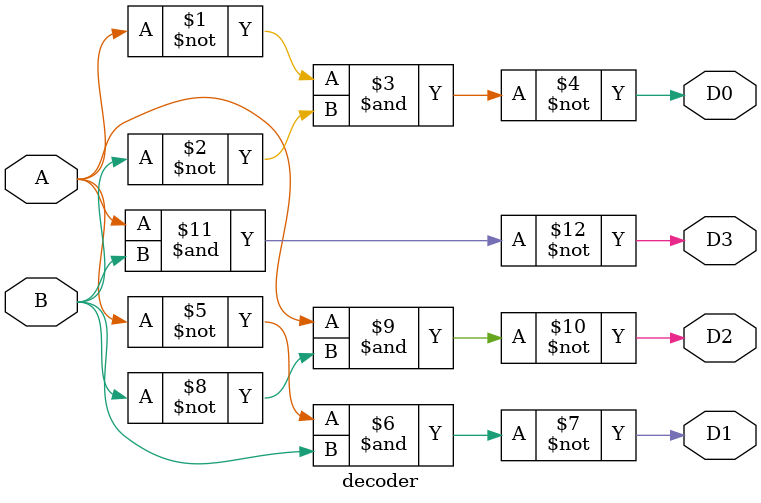
<source format=v>
`timescale 1ns / 1ps

module decoder(
    input A, B,
    output D0, D1, D2, D3
);

    assign D0 = ~(~A & ~B);
    assign D1 = ~(~A & B);
    assign D2 = ~(A & ~B);
    assign D3 = ~(A & B);
endmodule

</source>
